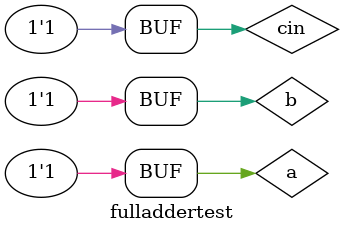
<source format=v>
`timescale 1ns/1ps
module fulladdertest;
  reg a,b,cin;
  wire sum,cout;
  fulladder fa1(a,b,cin,sum,cout);
  initial
  begin
    a=1'b0; b=1'b0; cin=1'b0;
    #1 a=1'b0; b=1'b0; cin=1'b1;
    #1 a=1'b0; b=1'b1; cin=1'b0;
    #1 a=1'b0; b=1'b1; cin=1'b1;
    #1 a=1'b1; b=1'b0; cin=1'b0;
    #1 a=1'b1; b=1'b0; cin=1'b1;
    #1 a=1'b1; b=1'b1; cin=1'b0;
    #1 a=1'b1; b=1'b1; cin=1'b1;
  end
endmodule

</source>
